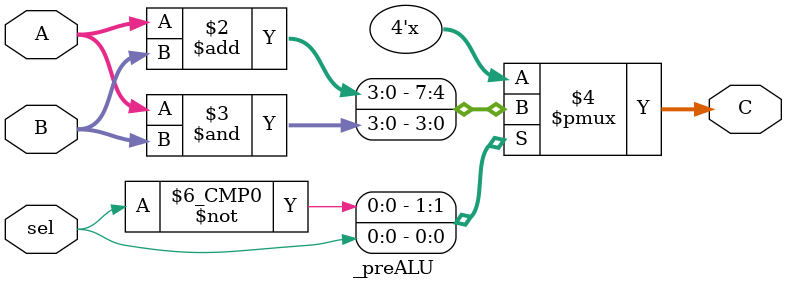
<source format=v>

module _preALU(input [3:0]A, input [3:0]B, input sel, output reg [3:0]C);

    always @* begin

        case (sel)
        1'b0: begin
            C = A + B;
        end
        1'b1:begin
            C = A & B;
        end
        default: begin
        
        end
        endcase

    end

endmodule
</source>
